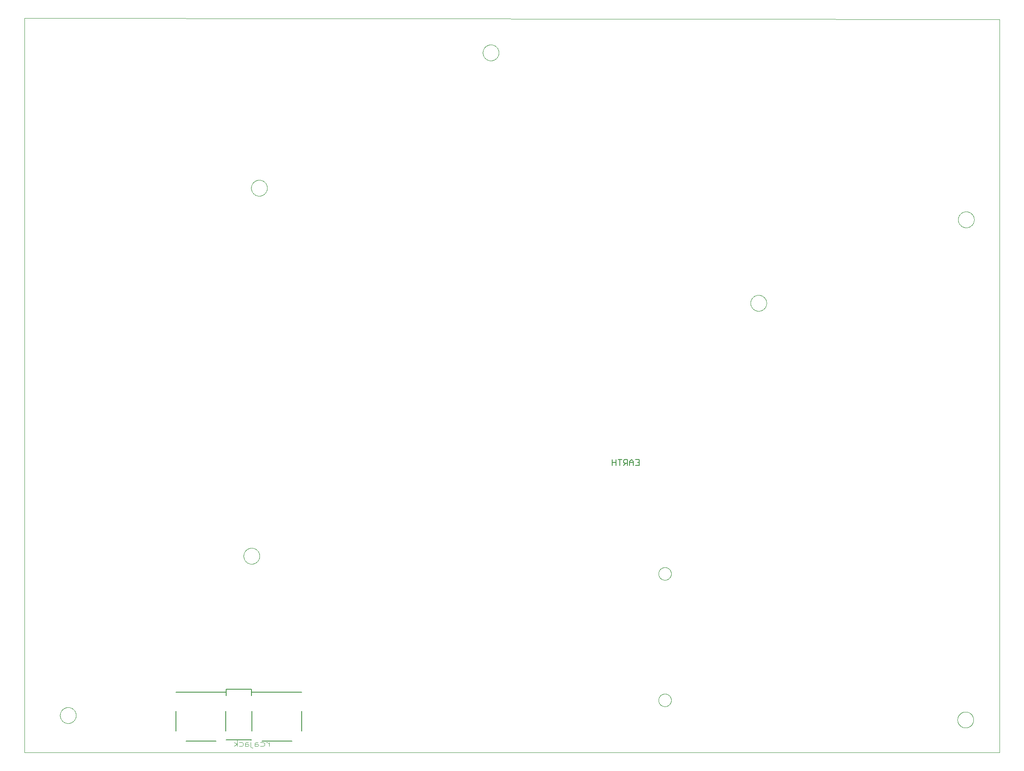
<source format=gbo>
G75*
%MOIN*%
%OFA0B0*%
%FSLAX25Y25*%
%IPPOS*%
%LPD*%
%AMOC8*
5,1,8,0,0,1.08239X$1,22.5*
%
%ADD10C,0.00000*%
%ADD11C,0.00800*%
%ADD12C,0.00500*%
%ADD13C,0.00400*%
D10*
X0171672Y0029156D02*
X0171672Y0609857D01*
X0942093Y0608857D01*
X0942093Y0029156D01*
X0171672Y0029156D01*
X0199873Y0058656D02*
X0199875Y0058814D01*
X0199881Y0058972D01*
X0199891Y0059130D01*
X0199905Y0059288D01*
X0199923Y0059445D01*
X0199944Y0059602D01*
X0199970Y0059758D01*
X0200000Y0059914D01*
X0200033Y0060069D01*
X0200071Y0060222D01*
X0200112Y0060375D01*
X0200157Y0060527D01*
X0200206Y0060678D01*
X0200259Y0060827D01*
X0200315Y0060975D01*
X0200375Y0061121D01*
X0200439Y0061266D01*
X0200507Y0061409D01*
X0200578Y0061551D01*
X0200652Y0061691D01*
X0200730Y0061828D01*
X0200812Y0061964D01*
X0200896Y0062098D01*
X0200985Y0062229D01*
X0201076Y0062358D01*
X0201171Y0062485D01*
X0201268Y0062610D01*
X0201369Y0062732D01*
X0201473Y0062851D01*
X0201580Y0062968D01*
X0201690Y0063082D01*
X0201803Y0063193D01*
X0201918Y0063302D01*
X0202036Y0063407D01*
X0202157Y0063509D01*
X0202280Y0063609D01*
X0202406Y0063705D01*
X0202534Y0063798D01*
X0202664Y0063888D01*
X0202797Y0063974D01*
X0202932Y0064058D01*
X0203068Y0064137D01*
X0203207Y0064214D01*
X0203348Y0064286D01*
X0203490Y0064356D01*
X0203634Y0064421D01*
X0203780Y0064483D01*
X0203927Y0064541D01*
X0204076Y0064596D01*
X0204226Y0064647D01*
X0204377Y0064694D01*
X0204529Y0064737D01*
X0204682Y0064776D01*
X0204837Y0064812D01*
X0204992Y0064843D01*
X0205148Y0064871D01*
X0205304Y0064895D01*
X0205461Y0064915D01*
X0205619Y0064931D01*
X0205776Y0064943D01*
X0205935Y0064951D01*
X0206093Y0064955D01*
X0206251Y0064955D01*
X0206409Y0064951D01*
X0206568Y0064943D01*
X0206725Y0064931D01*
X0206883Y0064915D01*
X0207040Y0064895D01*
X0207196Y0064871D01*
X0207352Y0064843D01*
X0207507Y0064812D01*
X0207662Y0064776D01*
X0207815Y0064737D01*
X0207967Y0064694D01*
X0208118Y0064647D01*
X0208268Y0064596D01*
X0208417Y0064541D01*
X0208564Y0064483D01*
X0208710Y0064421D01*
X0208854Y0064356D01*
X0208996Y0064286D01*
X0209137Y0064214D01*
X0209276Y0064137D01*
X0209412Y0064058D01*
X0209547Y0063974D01*
X0209680Y0063888D01*
X0209810Y0063798D01*
X0209938Y0063705D01*
X0210064Y0063609D01*
X0210187Y0063509D01*
X0210308Y0063407D01*
X0210426Y0063302D01*
X0210541Y0063193D01*
X0210654Y0063082D01*
X0210764Y0062968D01*
X0210871Y0062851D01*
X0210975Y0062732D01*
X0211076Y0062610D01*
X0211173Y0062485D01*
X0211268Y0062358D01*
X0211359Y0062229D01*
X0211448Y0062098D01*
X0211532Y0061964D01*
X0211614Y0061828D01*
X0211692Y0061691D01*
X0211766Y0061551D01*
X0211837Y0061409D01*
X0211905Y0061266D01*
X0211969Y0061121D01*
X0212029Y0060975D01*
X0212085Y0060827D01*
X0212138Y0060678D01*
X0212187Y0060527D01*
X0212232Y0060375D01*
X0212273Y0060222D01*
X0212311Y0060069D01*
X0212344Y0059914D01*
X0212374Y0059758D01*
X0212400Y0059602D01*
X0212421Y0059445D01*
X0212439Y0059288D01*
X0212453Y0059130D01*
X0212463Y0058972D01*
X0212469Y0058814D01*
X0212471Y0058656D01*
X0212469Y0058498D01*
X0212463Y0058340D01*
X0212453Y0058182D01*
X0212439Y0058024D01*
X0212421Y0057867D01*
X0212400Y0057710D01*
X0212374Y0057554D01*
X0212344Y0057398D01*
X0212311Y0057243D01*
X0212273Y0057090D01*
X0212232Y0056937D01*
X0212187Y0056785D01*
X0212138Y0056634D01*
X0212085Y0056485D01*
X0212029Y0056337D01*
X0211969Y0056191D01*
X0211905Y0056046D01*
X0211837Y0055903D01*
X0211766Y0055761D01*
X0211692Y0055621D01*
X0211614Y0055484D01*
X0211532Y0055348D01*
X0211448Y0055214D01*
X0211359Y0055083D01*
X0211268Y0054954D01*
X0211173Y0054827D01*
X0211076Y0054702D01*
X0210975Y0054580D01*
X0210871Y0054461D01*
X0210764Y0054344D01*
X0210654Y0054230D01*
X0210541Y0054119D01*
X0210426Y0054010D01*
X0210308Y0053905D01*
X0210187Y0053803D01*
X0210064Y0053703D01*
X0209938Y0053607D01*
X0209810Y0053514D01*
X0209680Y0053424D01*
X0209547Y0053338D01*
X0209412Y0053254D01*
X0209276Y0053175D01*
X0209137Y0053098D01*
X0208996Y0053026D01*
X0208854Y0052956D01*
X0208710Y0052891D01*
X0208564Y0052829D01*
X0208417Y0052771D01*
X0208268Y0052716D01*
X0208118Y0052665D01*
X0207967Y0052618D01*
X0207815Y0052575D01*
X0207662Y0052536D01*
X0207507Y0052500D01*
X0207352Y0052469D01*
X0207196Y0052441D01*
X0207040Y0052417D01*
X0206883Y0052397D01*
X0206725Y0052381D01*
X0206568Y0052369D01*
X0206409Y0052361D01*
X0206251Y0052357D01*
X0206093Y0052357D01*
X0205935Y0052361D01*
X0205776Y0052369D01*
X0205619Y0052381D01*
X0205461Y0052397D01*
X0205304Y0052417D01*
X0205148Y0052441D01*
X0204992Y0052469D01*
X0204837Y0052500D01*
X0204682Y0052536D01*
X0204529Y0052575D01*
X0204377Y0052618D01*
X0204226Y0052665D01*
X0204076Y0052716D01*
X0203927Y0052771D01*
X0203780Y0052829D01*
X0203634Y0052891D01*
X0203490Y0052956D01*
X0203348Y0053026D01*
X0203207Y0053098D01*
X0203068Y0053175D01*
X0202932Y0053254D01*
X0202797Y0053338D01*
X0202664Y0053424D01*
X0202534Y0053514D01*
X0202406Y0053607D01*
X0202280Y0053703D01*
X0202157Y0053803D01*
X0202036Y0053905D01*
X0201918Y0054010D01*
X0201803Y0054119D01*
X0201690Y0054230D01*
X0201580Y0054344D01*
X0201473Y0054461D01*
X0201369Y0054580D01*
X0201268Y0054702D01*
X0201171Y0054827D01*
X0201076Y0054954D01*
X0200985Y0055083D01*
X0200896Y0055214D01*
X0200812Y0055348D01*
X0200730Y0055484D01*
X0200652Y0055621D01*
X0200578Y0055761D01*
X0200507Y0055903D01*
X0200439Y0056046D01*
X0200375Y0056191D01*
X0200315Y0056337D01*
X0200259Y0056485D01*
X0200206Y0056634D01*
X0200157Y0056785D01*
X0200112Y0056937D01*
X0200071Y0057090D01*
X0200033Y0057243D01*
X0200000Y0057398D01*
X0199970Y0057554D01*
X0199944Y0057710D01*
X0199923Y0057867D01*
X0199905Y0058024D01*
X0199891Y0058182D01*
X0199881Y0058340D01*
X0199875Y0058498D01*
X0199873Y0058656D01*
X0344873Y0184656D02*
X0344875Y0184814D01*
X0344881Y0184972D01*
X0344891Y0185130D01*
X0344905Y0185288D01*
X0344923Y0185445D01*
X0344944Y0185602D01*
X0344970Y0185758D01*
X0345000Y0185914D01*
X0345033Y0186069D01*
X0345071Y0186222D01*
X0345112Y0186375D01*
X0345157Y0186527D01*
X0345206Y0186678D01*
X0345259Y0186827D01*
X0345315Y0186975D01*
X0345375Y0187121D01*
X0345439Y0187266D01*
X0345507Y0187409D01*
X0345578Y0187551D01*
X0345652Y0187691D01*
X0345730Y0187828D01*
X0345812Y0187964D01*
X0345896Y0188098D01*
X0345985Y0188229D01*
X0346076Y0188358D01*
X0346171Y0188485D01*
X0346268Y0188610D01*
X0346369Y0188732D01*
X0346473Y0188851D01*
X0346580Y0188968D01*
X0346690Y0189082D01*
X0346803Y0189193D01*
X0346918Y0189302D01*
X0347036Y0189407D01*
X0347157Y0189509D01*
X0347280Y0189609D01*
X0347406Y0189705D01*
X0347534Y0189798D01*
X0347664Y0189888D01*
X0347797Y0189974D01*
X0347932Y0190058D01*
X0348068Y0190137D01*
X0348207Y0190214D01*
X0348348Y0190286D01*
X0348490Y0190356D01*
X0348634Y0190421D01*
X0348780Y0190483D01*
X0348927Y0190541D01*
X0349076Y0190596D01*
X0349226Y0190647D01*
X0349377Y0190694D01*
X0349529Y0190737D01*
X0349682Y0190776D01*
X0349837Y0190812D01*
X0349992Y0190843D01*
X0350148Y0190871D01*
X0350304Y0190895D01*
X0350461Y0190915D01*
X0350619Y0190931D01*
X0350776Y0190943D01*
X0350935Y0190951D01*
X0351093Y0190955D01*
X0351251Y0190955D01*
X0351409Y0190951D01*
X0351568Y0190943D01*
X0351725Y0190931D01*
X0351883Y0190915D01*
X0352040Y0190895D01*
X0352196Y0190871D01*
X0352352Y0190843D01*
X0352507Y0190812D01*
X0352662Y0190776D01*
X0352815Y0190737D01*
X0352967Y0190694D01*
X0353118Y0190647D01*
X0353268Y0190596D01*
X0353417Y0190541D01*
X0353564Y0190483D01*
X0353710Y0190421D01*
X0353854Y0190356D01*
X0353996Y0190286D01*
X0354137Y0190214D01*
X0354276Y0190137D01*
X0354412Y0190058D01*
X0354547Y0189974D01*
X0354680Y0189888D01*
X0354810Y0189798D01*
X0354938Y0189705D01*
X0355064Y0189609D01*
X0355187Y0189509D01*
X0355308Y0189407D01*
X0355426Y0189302D01*
X0355541Y0189193D01*
X0355654Y0189082D01*
X0355764Y0188968D01*
X0355871Y0188851D01*
X0355975Y0188732D01*
X0356076Y0188610D01*
X0356173Y0188485D01*
X0356268Y0188358D01*
X0356359Y0188229D01*
X0356448Y0188098D01*
X0356532Y0187964D01*
X0356614Y0187828D01*
X0356692Y0187691D01*
X0356766Y0187551D01*
X0356837Y0187409D01*
X0356905Y0187266D01*
X0356969Y0187121D01*
X0357029Y0186975D01*
X0357085Y0186827D01*
X0357138Y0186678D01*
X0357187Y0186527D01*
X0357232Y0186375D01*
X0357273Y0186222D01*
X0357311Y0186069D01*
X0357344Y0185914D01*
X0357374Y0185758D01*
X0357400Y0185602D01*
X0357421Y0185445D01*
X0357439Y0185288D01*
X0357453Y0185130D01*
X0357463Y0184972D01*
X0357469Y0184814D01*
X0357471Y0184656D01*
X0357469Y0184498D01*
X0357463Y0184340D01*
X0357453Y0184182D01*
X0357439Y0184024D01*
X0357421Y0183867D01*
X0357400Y0183710D01*
X0357374Y0183554D01*
X0357344Y0183398D01*
X0357311Y0183243D01*
X0357273Y0183090D01*
X0357232Y0182937D01*
X0357187Y0182785D01*
X0357138Y0182634D01*
X0357085Y0182485D01*
X0357029Y0182337D01*
X0356969Y0182191D01*
X0356905Y0182046D01*
X0356837Y0181903D01*
X0356766Y0181761D01*
X0356692Y0181621D01*
X0356614Y0181484D01*
X0356532Y0181348D01*
X0356448Y0181214D01*
X0356359Y0181083D01*
X0356268Y0180954D01*
X0356173Y0180827D01*
X0356076Y0180702D01*
X0355975Y0180580D01*
X0355871Y0180461D01*
X0355764Y0180344D01*
X0355654Y0180230D01*
X0355541Y0180119D01*
X0355426Y0180010D01*
X0355308Y0179905D01*
X0355187Y0179803D01*
X0355064Y0179703D01*
X0354938Y0179607D01*
X0354810Y0179514D01*
X0354680Y0179424D01*
X0354547Y0179338D01*
X0354412Y0179254D01*
X0354276Y0179175D01*
X0354137Y0179098D01*
X0353996Y0179026D01*
X0353854Y0178956D01*
X0353710Y0178891D01*
X0353564Y0178829D01*
X0353417Y0178771D01*
X0353268Y0178716D01*
X0353118Y0178665D01*
X0352967Y0178618D01*
X0352815Y0178575D01*
X0352662Y0178536D01*
X0352507Y0178500D01*
X0352352Y0178469D01*
X0352196Y0178441D01*
X0352040Y0178417D01*
X0351883Y0178397D01*
X0351725Y0178381D01*
X0351568Y0178369D01*
X0351409Y0178361D01*
X0351251Y0178357D01*
X0351093Y0178357D01*
X0350935Y0178361D01*
X0350776Y0178369D01*
X0350619Y0178381D01*
X0350461Y0178397D01*
X0350304Y0178417D01*
X0350148Y0178441D01*
X0349992Y0178469D01*
X0349837Y0178500D01*
X0349682Y0178536D01*
X0349529Y0178575D01*
X0349377Y0178618D01*
X0349226Y0178665D01*
X0349076Y0178716D01*
X0348927Y0178771D01*
X0348780Y0178829D01*
X0348634Y0178891D01*
X0348490Y0178956D01*
X0348348Y0179026D01*
X0348207Y0179098D01*
X0348068Y0179175D01*
X0347932Y0179254D01*
X0347797Y0179338D01*
X0347664Y0179424D01*
X0347534Y0179514D01*
X0347406Y0179607D01*
X0347280Y0179703D01*
X0347157Y0179803D01*
X0347036Y0179905D01*
X0346918Y0180010D01*
X0346803Y0180119D01*
X0346690Y0180230D01*
X0346580Y0180344D01*
X0346473Y0180461D01*
X0346369Y0180580D01*
X0346268Y0180702D01*
X0346171Y0180827D01*
X0346076Y0180954D01*
X0345985Y0181083D01*
X0345896Y0181214D01*
X0345812Y0181348D01*
X0345730Y0181484D01*
X0345652Y0181621D01*
X0345578Y0181761D01*
X0345507Y0181903D01*
X0345439Y0182046D01*
X0345375Y0182191D01*
X0345315Y0182337D01*
X0345259Y0182485D01*
X0345206Y0182634D01*
X0345157Y0182785D01*
X0345112Y0182937D01*
X0345071Y0183090D01*
X0345033Y0183243D01*
X0345000Y0183398D01*
X0344970Y0183554D01*
X0344944Y0183710D01*
X0344923Y0183867D01*
X0344905Y0184024D01*
X0344891Y0184182D01*
X0344881Y0184340D01*
X0344875Y0184498D01*
X0344873Y0184656D01*
X0672672Y0170656D02*
X0672674Y0170797D01*
X0672680Y0170938D01*
X0672690Y0171078D01*
X0672704Y0171218D01*
X0672722Y0171358D01*
X0672743Y0171497D01*
X0672769Y0171636D01*
X0672798Y0171774D01*
X0672832Y0171910D01*
X0672869Y0172046D01*
X0672910Y0172181D01*
X0672955Y0172315D01*
X0673004Y0172447D01*
X0673056Y0172578D01*
X0673112Y0172707D01*
X0673172Y0172834D01*
X0673235Y0172960D01*
X0673301Y0173084D01*
X0673372Y0173207D01*
X0673445Y0173327D01*
X0673522Y0173445D01*
X0673602Y0173561D01*
X0673686Y0173674D01*
X0673772Y0173785D01*
X0673862Y0173894D01*
X0673955Y0174000D01*
X0674050Y0174103D01*
X0674149Y0174204D01*
X0674250Y0174302D01*
X0674354Y0174397D01*
X0674461Y0174489D01*
X0674570Y0174578D01*
X0674682Y0174663D01*
X0674796Y0174746D01*
X0674912Y0174826D01*
X0675031Y0174902D01*
X0675152Y0174974D01*
X0675274Y0175044D01*
X0675399Y0175109D01*
X0675525Y0175172D01*
X0675653Y0175230D01*
X0675783Y0175285D01*
X0675914Y0175337D01*
X0676047Y0175384D01*
X0676181Y0175428D01*
X0676316Y0175469D01*
X0676452Y0175505D01*
X0676589Y0175537D01*
X0676727Y0175566D01*
X0676865Y0175591D01*
X0677005Y0175611D01*
X0677145Y0175628D01*
X0677285Y0175641D01*
X0677426Y0175650D01*
X0677566Y0175655D01*
X0677707Y0175656D01*
X0677848Y0175653D01*
X0677989Y0175646D01*
X0678129Y0175635D01*
X0678269Y0175620D01*
X0678409Y0175601D01*
X0678548Y0175579D01*
X0678686Y0175552D01*
X0678824Y0175522D01*
X0678960Y0175487D01*
X0679096Y0175449D01*
X0679230Y0175407D01*
X0679364Y0175361D01*
X0679496Y0175312D01*
X0679626Y0175258D01*
X0679755Y0175201D01*
X0679882Y0175141D01*
X0680008Y0175077D01*
X0680131Y0175009D01*
X0680253Y0174938D01*
X0680373Y0174864D01*
X0680490Y0174786D01*
X0680605Y0174705D01*
X0680718Y0174621D01*
X0680829Y0174534D01*
X0680937Y0174443D01*
X0681042Y0174350D01*
X0681145Y0174253D01*
X0681245Y0174154D01*
X0681342Y0174052D01*
X0681436Y0173947D01*
X0681527Y0173840D01*
X0681615Y0173730D01*
X0681700Y0173618D01*
X0681782Y0173503D01*
X0681861Y0173386D01*
X0681936Y0173267D01*
X0682008Y0173146D01*
X0682076Y0173023D01*
X0682141Y0172898D01*
X0682203Y0172771D01*
X0682260Y0172642D01*
X0682315Y0172512D01*
X0682365Y0172381D01*
X0682412Y0172248D01*
X0682455Y0172114D01*
X0682494Y0171978D01*
X0682529Y0171842D01*
X0682561Y0171705D01*
X0682588Y0171567D01*
X0682612Y0171428D01*
X0682632Y0171288D01*
X0682648Y0171148D01*
X0682660Y0171008D01*
X0682668Y0170867D01*
X0682672Y0170726D01*
X0682672Y0170586D01*
X0682668Y0170445D01*
X0682660Y0170304D01*
X0682648Y0170164D01*
X0682632Y0170024D01*
X0682612Y0169884D01*
X0682588Y0169745D01*
X0682561Y0169607D01*
X0682529Y0169470D01*
X0682494Y0169334D01*
X0682455Y0169198D01*
X0682412Y0169064D01*
X0682365Y0168931D01*
X0682315Y0168800D01*
X0682260Y0168670D01*
X0682203Y0168541D01*
X0682141Y0168414D01*
X0682076Y0168289D01*
X0682008Y0168166D01*
X0681936Y0168045D01*
X0681861Y0167926D01*
X0681782Y0167809D01*
X0681700Y0167694D01*
X0681615Y0167582D01*
X0681527Y0167472D01*
X0681436Y0167365D01*
X0681342Y0167260D01*
X0681245Y0167158D01*
X0681145Y0167059D01*
X0681042Y0166962D01*
X0680937Y0166869D01*
X0680829Y0166778D01*
X0680718Y0166691D01*
X0680605Y0166607D01*
X0680490Y0166526D01*
X0680373Y0166448D01*
X0680253Y0166374D01*
X0680131Y0166303D01*
X0680008Y0166235D01*
X0679882Y0166171D01*
X0679755Y0166111D01*
X0679626Y0166054D01*
X0679496Y0166000D01*
X0679364Y0165951D01*
X0679230Y0165905D01*
X0679096Y0165863D01*
X0678960Y0165825D01*
X0678824Y0165790D01*
X0678686Y0165760D01*
X0678548Y0165733D01*
X0678409Y0165711D01*
X0678269Y0165692D01*
X0678129Y0165677D01*
X0677989Y0165666D01*
X0677848Y0165659D01*
X0677707Y0165656D01*
X0677566Y0165657D01*
X0677426Y0165662D01*
X0677285Y0165671D01*
X0677145Y0165684D01*
X0677005Y0165701D01*
X0676865Y0165721D01*
X0676727Y0165746D01*
X0676589Y0165775D01*
X0676452Y0165807D01*
X0676316Y0165843D01*
X0676181Y0165884D01*
X0676047Y0165928D01*
X0675914Y0165975D01*
X0675783Y0166027D01*
X0675653Y0166082D01*
X0675525Y0166140D01*
X0675399Y0166203D01*
X0675274Y0166268D01*
X0675152Y0166338D01*
X0675031Y0166410D01*
X0674912Y0166486D01*
X0674796Y0166566D01*
X0674682Y0166649D01*
X0674570Y0166734D01*
X0674461Y0166823D01*
X0674354Y0166915D01*
X0674250Y0167010D01*
X0674149Y0167108D01*
X0674050Y0167209D01*
X0673955Y0167312D01*
X0673862Y0167418D01*
X0673772Y0167527D01*
X0673686Y0167638D01*
X0673602Y0167751D01*
X0673522Y0167867D01*
X0673445Y0167985D01*
X0673372Y0168105D01*
X0673301Y0168228D01*
X0673235Y0168352D01*
X0673172Y0168478D01*
X0673112Y0168605D01*
X0673056Y0168734D01*
X0673004Y0168865D01*
X0672955Y0168997D01*
X0672910Y0169131D01*
X0672869Y0169266D01*
X0672832Y0169402D01*
X0672798Y0169538D01*
X0672769Y0169676D01*
X0672743Y0169815D01*
X0672722Y0169954D01*
X0672704Y0170094D01*
X0672690Y0170234D01*
X0672680Y0170374D01*
X0672674Y0170515D01*
X0672672Y0170656D01*
X0672672Y0070656D02*
X0672674Y0070797D01*
X0672680Y0070938D01*
X0672690Y0071078D01*
X0672704Y0071218D01*
X0672722Y0071358D01*
X0672743Y0071497D01*
X0672769Y0071636D01*
X0672798Y0071774D01*
X0672832Y0071910D01*
X0672869Y0072046D01*
X0672910Y0072181D01*
X0672955Y0072315D01*
X0673004Y0072447D01*
X0673056Y0072578D01*
X0673112Y0072707D01*
X0673172Y0072834D01*
X0673235Y0072960D01*
X0673301Y0073084D01*
X0673372Y0073207D01*
X0673445Y0073327D01*
X0673522Y0073445D01*
X0673602Y0073561D01*
X0673686Y0073674D01*
X0673772Y0073785D01*
X0673862Y0073894D01*
X0673955Y0074000D01*
X0674050Y0074103D01*
X0674149Y0074204D01*
X0674250Y0074302D01*
X0674354Y0074397D01*
X0674461Y0074489D01*
X0674570Y0074578D01*
X0674682Y0074663D01*
X0674796Y0074746D01*
X0674912Y0074826D01*
X0675031Y0074902D01*
X0675152Y0074974D01*
X0675274Y0075044D01*
X0675399Y0075109D01*
X0675525Y0075172D01*
X0675653Y0075230D01*
X0675783Y0075285D01*
X0675914Y0075337D01*
X0676047Y0075384D01*
X0676181Y0075428D01*
X0676316Y0075469D01*
X0676452Y0075505D01*
X0676589Y0075537D01*
X0676727Y0075566D01*
X0676865Y0075591D01*
X0677005Y0075611D01*
X0677145Y0075628D01*
X0677285Y0075641D01*
X0677426Y0075650D01*
X0677566Y0075655D01*
X0677707Y0075656D01*
X0677848Y0075653D01*
X0677989Y0075646D01*
X0678129Y0075635D01*
X0678269Y0075620D01*
X0678409Y0075601D01*
X0678548Y0075579D01*
X0678686Y0075552D01*
X0678824Y0075522D01*
X0678960Y0075487D01*
X0679096Y0075449D01*
X0679230Y0075407D01*
X0679364Y0075361D01*
X0679496Y0075312D01*
X0679626Y0075258D01*
X0679755Y0075201D01*
X0679882Y0075141D01*
X0680008Y0075077D01*
X0680131Y0075009D01*
X0680253Y0074938D01*
X0680373Y0074864D01*
X0680490Y0074786D01*
X0680605Y0074705D01*
X0680718Y0074621D01*
X0680829Y0074534D01*
X0680937Y0074443D01*
X0681042Y0074350D01*
X0681145Y0074253D01*
X0681245Y0074154D01*
X0681342Y0074052D01*
X0681436Y0073947D01*
X0681527Y0073840D01*
X0681615Y0073730D01*
X0681700Y0073618D01*
X0681782Y0073503D01*
X0681861Y0073386D01*
X0681936Y0073267D01*
X0682008Y0073146D01*
X0682076Y0073023D01*
X0682141Y0072898D01*
X0682203Y0072771D01*
X0682260Y0072642D01*
X0682315Y0072512D01*
X0682365Y0072381D01*
X0682412Y0072248D01*
X0682455Y0072114D01*
X0682494Y0071978D01*
X0682529Y0071842D01*
X0682561Y0071705D01*
X0682588Y0071567D01*
X0682612Y0071428D01*
X0682632Y0071288D01*
X0682648Y0071148D01*
X0682660Y0071008D01*
X0682668Y0070867D01*
X0682672Y0070726D01*
X0682672Y0070586D01*
X0682668Y0070445D01*
X0682660Y0070304D01*
X0682648Y0070164D01*
X0682632Y0070024D01*
X0682612Y0069884D01*
X0682588Y0069745D01*
X0682561Y0069607D01*
X0682529Y0069470D01*
X0682494Y0069334D01*
X0682455Y0069198D01*
X0682412Y0069064D01*
X0682365Y0068931D01*
X0682315Y0068800D01*
X0682260Y0068670D01*
X0682203Y0068541D01*
X0682141Y0068414D01*
X0682076Y0068289D01*
X0682008Y0068166D01*
X0681936Y0068045D01*
X0681861Y0067926D01*
X0681782Y0067809D01*
X0681700Y0067694D01*
X0681615Y0067582D01*
X0681527Y0067472D01*
X0681436Y0067365D01*
X0681342Y0067260D01*
X0681245Y0067158D01*
X0681145Y0067059D01*
X0681042Y0066962D01*
X0680937Y0066869D01*
X0680829Y0066778D01*
X0680718Y0066691D01*
X0680605Y0066607D01*
X0680490Y0066526D01*
X0680373Y0066448D01*
X0680253Y0066374D01*
X0680131Y0066303D01*
X0680008Y0066235D01*
X0679882Y0066171D01*
X0679755Y0066111D01*
X0679626Y0066054D01*
X0679496Y0066000D01*
X0679364Y0065951D01*
X0679230Y0065905D01*
X0679096Y0065863D01*
X0678960Y0065825D01*
X0678824Y0065790D01*
X0678686Y0065760D01*
X0678548Y0065733D01*
X0678409Y0065711D01*
X0678269Y0065692D01*
X0678129Y0065677D01*
X0677989Y0065666D01*
X0677848Y0065659D01*
X0677707Y0065656D01*
X0677566Y0065657D01*
X0677426Y0065662D01*
X0677285Y0065671D01*
X0677145Y0065684D01*
X0677005Y0065701D01*
X0676865Y0065721D01*
X0676727Y0065746D01*
X0676589Y0065775D01*
X0676452Y0065807D01*
X0676316Y0065843D01*
X0676181Y0065884D01*
X0676047Y0065928D01*
X0675914Y0065975D01*
X0675783Y0066027D01*
X0675653Y0066082D01*
X0675525Y0066140D01*
X0675399Y0066203D01*
X0675274Y0066268D01*
X0675152Y0066338D01*
X0675031Y0066410D01*
X0674912Y0066486D01*
X0674796Y0066566D01*
X0674682Y0066649D01*
X0674570Y0066734D01*
X0674461Y0066823D01*
X0674354Y0066915D01*
X0674250Y0067010D01*
X0674149Y0067108D01*
X0674050Y0067209D01*
X0673955Y0067312D01*
X0673862Y0067418D01*
X0673772Y0067527D01*
X0673686Y0067638D01*
X0673602Y0067751D01*
X0673522Y0067867D01*
X0673445Y0067985D01*
X0673372Y0068105D01*
X0673301Y0068228D01*
X0673235Y0068352D01*
X0673172Y0068478D01*
X0673112Y0068605D01*
X0673056Y0068734D01*
X0673004Y0068865D01*
X0672955Y0068997D01*
X0672910Y0069131D01*
X0672869Y0069266D01*
X0672832Y0069402D01*
X0672798Y0069538D01*
X0672769Y0069676D01*
X0672743Y0069815D01*
X0672722Y0069954D01*
X0672704Y0070094D01*
X0672690Y0070234D01*
X0672680Y0070374D01*
X0672674Y0070515D01*
X0672672Y0070656D01*
X0908873Y0055156D02*
X0908875Y0055314D01*
X0908881Y0055472D01*
X0908891Y0055630D01*
X0908905Y0055788D01*
X0908923Y0055945D01*
X0908944Y0056102D01*
X0908970Y0056258D01*
X0909000Y0056414D01*
X0909033Y0056569D01*
X0909071Y0056722D01*
X0909112Y0056875D01*
X0909157Y0057027D01*
X0909206Y0057178D01*
X0909259Y0057327D01*
X0909315Y0057475D01*
X0909375Y0057621D01*
X0909439Y0057766D01*
X0909507Y0057909D01*
X0909578Y0058051D01*
X0909652Y0058191D01*
X0909730Y0058328D01*
X0909812Y0058464D01*
X0909896Y0058598D01*
X0909985Y0058729D01*
X0910076Y0058858D01*
X0910171Y0058985D01*
X0910268Y0059110D01*
X0910369Y0059232D01*
X0910473Y0059351D01*
X0910580Y0059468D01*
X0910690Y0059582D01*
X0910803Y0059693D01*
X0910918Y0059802D01*
X0911036Y0059907D01*
X0911157Y0060009D01*
X0911280Y0060109D01*
X0911406Y0060205D01*
X0911534Y0060298D01*
X0911664Y0060388D01*
X0911797Y0060474D01*
X0911932Y0060558D01*
X0912068Y0060637D01*
X0912207Y0060714D01*
X0912348Y0060786D01*
X0912490Y0060856D01*
X0912634Y0060921D01*
X0912780Y0060983D01*
X0912927Y0061041D01*
X0913076Y0061096D01*
X0913226Y0061147D01*
X0913377Y0061194D01*
X0913529Y0061237D01*
X0913682Y0061276D01*
X0913837Y0061312D01*
X0913992Y0061343D01*
X0914148Y0061371D01*
X0914304Y0061395D01*
X0914461Y0061415D01*
X0914619Y0061431D01*
X0914776Y0061443D01*
X0914935Y0061451D01*
X0915093Y0061455D01*
X0915251Y0061455D01*
X0915409Y0061451D01*
X0915568Y0061443D01*
X0915725Y0061431D01*
X0915883Y0061415D01*
X0916040Y0061395D01*
X0916196Y0061371D01*
X0916352Y0061343D01*
X0916507Y0061312D01*
X0916662Y0061276D01*
X0916815Y0061237D01*
X0916967Y0061194D01*
X0917118Y0061147D01*
X0917268Y0061096D01*
X0917417Y0061041D01*
X0917564Y0060983D01*
X0917710Y0060921D01*
X0917854Y0060856D01*
X0917996Y0060786D01*
X0918137Y0060714D01*
X0918276Y0060637D01*
X0918412Y0060558D01*
X0918547Y0060474D01*
X0918680Y0060388D01*
X0918810Y0060298D01*
X0918938Y0060205D01*
X0919064Y0060109D01*
X0919187Y0060009D01*
X0919308Y0059907D01*
X0919426Y0059802D01*
X0919541Y0059693D01*
X0919654Y0059582D01*
X0919764Y0059468D01*
X0919871Y0059351D01*
X0919975Y0059232D01*
X0920076Y0059110D01*
X0920173Y0058985D01*
X0920268Y0058858D01*
X0920359Y0058729D01*
X0920448Y0058598D01*
X0920532Y0058464D01*
X0920614Y0058328D01*
X0920692Y0058191D01*
X0920766Y0058051D01*
X0920837Y0057909D01*
X0920905Y0057766D01*
X0920969Y0057621D01*
X0921029Y0057475D01*
X0921085Y0057327D01*
X0921138Y0057178D01*
X0921187Y0057027D01*
X0921232Y0056875D01*
X0921273Y0056722D01*
X0921311Y0056569D01*
X0921344Y0056414D01*
X0921374Y0056258D01*
X0921400Y0056102D01*
X0921421Y0055945D01*
X0921439Y0055788D01*
X0921453Y0055630D01*
X0921463Y0055472D01*
X0921469Y0055314D01*
X0921471Y0055156D01*
X0921469Y0054998D01*
X0921463Y0054840D01*
X0921453Y0054682D01*
X0921439Y0054524D01*
X0921421Y0054367D01*
X0921400Y0054210D01*
X0921374Y0054054D01*
X0921344Y0053898D01*
X0921311Y0053743D01*
X0921273Y0053590D01*
X0921232Y0053437D01*
X0921187Y0053285D01*
X0921138Y0053134D01*
X0921085Y0052985D01*
X0921029Y0052837D01*
X0920969Y0052691D01*
X0920905Y0052546D01*
X0920837Y0052403D01*
X0920766Y0052261D01*
X0920692Y0052121D01*
X0920614Y0051984D01*
X0920532Y0051848D01*
X0920448Y0051714D01*
X0920359Y0051583D01*
X0920268Y0051454D01*
X0920173Y0051327D01*
X0920076Y0051202D01*
X0919975Y0051080D01*
X0919871Y0050961D01*
X0919764Y0050844D01*
X0919654Y0050730D01*
X0919541Y0050619D01*
X0919426Y0050510D01*
X0919308Y0050405D01*
X0919187Y0050303D01*
X0919064Y0050203D01*
X0918938Y0050107D01*
X0918810Y0050014D01*
X0918680Y0049924D01*
X0918547Y0049838D01*
X0918412Y0049754D01*
X0918276Y0049675D01*
X0918137Y0049598D01*
X0917996Y0049526D01*
X0917854Y0049456D01*
X0917710Y0049391D01*
X0917564Y0049329D01*
X0917417Y0049271D01*
X0917268Y0049216D01*
X0917118Y0049165D01*
X0916967Y0049118D01*
X0916815Y0049075D01*
X0916662Y0049036D01*
X0916507Y0049000D01*
X0916352Y0048969D01*
X0916196Y0048941D01*
X0916040Y0048917D01*
X0915883Y0048897D01*
X0915725Y0048881D01*
X0915568Y0048869D01*
X0915409Y0048861D01*
X0915251Y0048857D01*
X0915093Y0048857D01*
X0914935Y0048861D01*
X0914776Y0048869D01*
X0914619Y0048881D01*
X0914461Y0048897D01*
X0914304Y0048917D01*
X0914148Y0048941D01*
X0913992Y0048969D01*
X0913837Y0049000D01*
X0913682Y0049036D01*
X0913529Y0049075D01*
X0913377Y0049118D01*
X0913226Y0049165D01*
X0913076Y0049216D01*
X0912927Y0049271D01*
X0912780Y0049329D01*
X0912634Y0049391D01*
X0912490Y0049456D01*
X0912348Y0049526D01*
X0912207Y0049598D01*
X0912068Y0049675D01*
X0911932Y0049754D01*
X0911797Y0049838D01*
X0911664Y0049924D01*
X0911534Y0050014D01*
X0911406Y0050107D01*
X0911280Y0050203D01*
X0911157Y0050303D01*
X0911036Y0050405D01*
X0910918Y0050510D01*
X0910803Y0050619D01*
X0910690Y0050730D01*
X0910580Y0050844D01*
X0910473Y0050961D01*
X0910369Y0051080D01*
X0910268Y0051202D01*
X0910171Y0051327D01*
X0910076Y0051454D01*
X0909985Y0051583D01*
X0909896Y0051714D01*
X0909812Y0051848D01*
X0909730Y0051984D01*
X0909652Y0052121D01*
X0909578Y0052261D01*
X0909507Y0052403D01*
X0909439Y0052546D01*
X0909375Y0052691D01*
X0909315Y0052837D01*
X0909259Y0052985D01*
X0909206Y0053134D01*
X0909157Y0053285D01*
X0909112Y0053437D01*
X0909071Y0053590D01*
X0909033Y0053743D01*
X0909000Y0053898D01*
X0908970Y0054054D01*
X0908944Y0054210D01*
X0908923Y0054367D01*
X0908905Y0054524D01*
X0908891Y0054682D01*
X0908881Y0054840D01*
X0908875Y0054998D01*
X0908873Y0055156D01*
X0745373Y0384656D02*
X0745375Y0384814D01*
X0745381Y0384972D01*
X0745391Y0385130D01*
X0745405Y0385288D01*
X0745423Y0385445D01*
X0745444Y0385602D01*
X0745470Y0385758D01*
X0745500Y0385914D01*
X0745533Y0386069D01*
X0745571Y0386222D01*
X0745612Y0386375D01*
X0745657Y0386527D01*
X0745706Y0386678D01*
X0745759Y0386827D01*
X0745815Y0386975D01*
X0745875Y0387121D01*
X0745939Y0387266D01*
X0746007Y0387409D01*
X0746078Y0387551D01*
X0746152Y0387691D01*
X0746230Y0387828D01*
X0746312Y0387964D01*
X0746396Y0388098D01*
X0746485Y0388229D01*
X0746576Y0388358D01*
X0746671Y0388485D01*
X0746768Y0388610D01*
X0746869Y0388732D01*
X0746973Y0388851D01*
X0747080Y0388968D01*
X0747190Y0389082D01*
X0747303Y0389193D01*
X0747418Y0389302D01*
X0747536Y0389407D01*
X0747657Y0389509D01*
X0747780Y0389609D01*
X0747906Y0389705D01*
X0748034Y0389798D01*
X0748164Y0389888D01*
X0748297Y0389974D01*
X0748432Y0390058D01*
X0748568Y0390137D01*
X0748707Y0390214D01*
X0748848Y0390286D01*
X0748990Y0390356D01*
X0749134Y0390421D01*
X0749280Y0390483D01*
X0749427Y0390541D01*
X0749576Y0390596D01*
X0749726Y0390647D01*
X0749877Y0390694D01*
X0750029Y0390737D01*
X0750182Y0390776D01*
X0750337Y0390812D01*
X0750492Y0390843D01*
X0750648Y0390871D01*
X0750804Y0390895D01*
X0750961Y0390915D01*
X0751119Y0390931D01*
X0751276Y0390943D01*
X0751435Y0390951D01*
X0751593Y0390955D01*
X0751751Y0390955D01*
X0751909Y0390951D01*
X0752068Y0390943D01*
X0752225Y0390931D01*
X0752383Y0390915D01*
X0752540Y0390895D01*
X0752696Y0390871D01*
X0752852Y0390843D01*
X0753007Y0390812D01*
X0753162Y0390776D01*
X0753315Y0390737D01*
X0753467Y0390694D01*
X0753618Y0390647D01*
X0753768Y0390596D01*
X0753917Y0390541D01*
X0754064Y0390483D01*
X0754210Y0390421D01*
X0754354Y0390356D01*
X0754496Y0390286D01*
X0754637Y0390214D01*
X0754776Y0390137D01*
X0754912Y0390058D01*
X0755047Y0389974D01*
X0755180Y0389888D01*
X0755310Y0389798D01*
X0755438Y0389705D01*
X0755564Y0389609D01*
X0755687Y0389509D01*
X0755808Y0389407D01*
X0755926Y0389302D01*
X0756041Y0389193D01*
X0756154Y0389082D01*
X0756264Y0388968D01*
X0756371Y0388851D01*
X0756475Y0388732D01*
X0756576Y0388610D01*
X0756673Y0388485D01*
X0756768Y0388358D01*
X0756859Y0388229D01*
X0756948Y0388098D01*
X0757032Y0387964D01*
X0757114Y0387828D01*
X0757192Y0387691D01*
X0757266Y0387551D01*
X0757337Y0387409D01*
X0757405Y0387266D01*
X0757469Y0387121D01*
X0757529Y0386975D01*
X0757585Y0386827D01*
X0757638Y0386678D01*
X0757687Y0386527D01*
X0757732Y0386375D01*
X0757773Y0386222D01*
X0757811Y0386069D01*
X0757844Y0385914D01*
X0757874Y0385758D01*
X0757900Y0385602D01*
X0757921Y0385445D01*
X0757939Y0385288D01*
X0757953Y0385130D01*
X0757963Y0384972D01*
X0757969Y0384814D01*
X0757971Y0384656D01*
X0757969Y0384498D01*
X0757963Y0384340D01*
X0757953Y0384182D01*
X0757939Y0384024D01*
X0757921Y0383867D01*
X0757900Y0383710D01*
X0757874Y0383554D01*
X0757844Y0383398D01*
X0757811Y0383243D01*
X0757773Y0383090D01*
X0757732Y0382937D01*
X0757687Y0382785D01*
X0757638Y0382634D01*
X0757585Y0382485D01*
X0757529Y0382337D01*
X0757469Y0382191D01*
X0757405Y0382046D01*
X0757337Y0381903D01*
X0757266Y0381761D01*
X0757192Y0381621D01*
X0757114Y0381484D01*
X0757032Y0381348D01*
X0756948Y0381214D01*
X0756859Y0381083D01*
X0756768Y0380954D01*
X0756673Y0380827D01*
X0756576Y0380702D01*
X0756475Y0380580D01*
X0756371Y0380461D01*
X0756264Y0380344D01*
X0756154Y0380230D01*
X0756041Y0380119D01*
X0755926Y0380010D01*
X0755808Y0379905D01*
X0755687Y0379803D01*
X0755564Y0379703D01*
X0755438Y0379607D01*
X0755310Y0379514D01*
X0755180Y0379424D01*
X0755047Y0379338D01*
X0754912Y0379254D01*
X0754776Y0379175D01*
X0754637Y0379098D01*
X0754496Y0379026D01*
X0754354Y0378956D01*
X0754210Y0378891D01*
X0754064Y0378829D01*
X0753917Y0378771D01*
X0753768Y0378716D01*
X0753618Y0378665D01*
X0753467Y0378618D01*
X0753315Y0378575D01*
X0753162Y0378536D01*
X0753007Y0378500D01*
X0752852Y0378469D01*
X0752696Y0378441D01*
X0752540Y0378417D01*
X0752383Y0378397D01*
X0752225Y0378381D01*
X0752068Y0378369D01*
X0751909Y0378361D01*
X0751751Y0378357D01*
X0751593Y0378357D01*
X0751435Y0378361D01*
X0751276Y0378369D01*
X0751119Y0378381D01*
X0750961Y0378397D01*
X0750804Y0378417D01*
X0750648Y0378441D01*
X0750492Y0378469D01*
X0750337Y0378500D01*
X0750182Y0378536D01*
X0750029Y0378575D01*
X0749877Y0378618D01*
X0749726Y0378665D01*
X0749576Y0378716D01*
X0749427Y0378771D01*
X0749280Y0378829D01*
X0749134Y0378891D01*
X0748990Y0378956D01*
X0748848Y0379026D01*
X0748707Y0379098D01*
X0748568Y0379175D01*
X0748432Y0379254D01*
X0748297Y0379338D01*
X0748164Y0379424D01*
X0748034Y0379514D01*
X0747906Y0379607D01*
X0747780Y0379703D01*
X0747657Y0379803D01*
X0747536Y0379905D01*
X0747418Y0380010D01*
X0747303Y0380119D01*
X0747190Y0380230D01*
X0747080Y0380344D01*
X0746973Y0380461D01*
X0746869Y0380580D01*
X0746768Y0380702D01*
X0746671Y0380827D01*
X0746576Y0380954D01*
X0746485Y0381083D01*
X0746396Y0381214D01*
X0746312Y0381348D01*
X0746230Y0381484D01*
X0746152Y0381621D01*
X0746078Y0381761D01*
X0746007Y0381903D01*
X0745939Y0382046D01*
X0745875Y0382191D01*
X0745815Y0382337D01*
X0745759Y0382485D01*
X0745706Y0382634D01*
X0745657Y0382785D01*
X0745612Y0382937D01*
X0745571Y0383090D01*
X0745533Y0383243D01*
X0745500Y0383398D01*
X0745470Y0383554D01*
X0745444Y0383710D01*
X0745423Y0383867D01*
X0745405Y0384024D01*
X0745391Y0384182D01*
X0745381Y0384340D01*
X0745375Y0384498D01*
X0745373Y0384656D01*
X0909373Y0450656D02*
X0909375Y0450814D01*
X0909381Y0450972D01*
X0909391Y0451130D01*
X0909405Y0451288D01*
X0909423Y0451445D01*
X0909444Y0451602D01*
X0909470Y0451758D01*
X0909500Y0451914D01*
X0909533Y0452069D01*
X0909571Y0452222D01*
X0909612Y0452375D01*
X0909657Y0452527D01*
X0909706Y0452678D01*
X0909759Y0452827D01*
X0909815Y0452975D01*
X0909875Y0453121D01*
X0909939Y0453266D01*
X0910007Y0453409D01*
X0910078Y0453551D01*
X0910152Y0453691D01*
X0910230Y0453828D01*
X0910312Y0453964D01*
X0910396Y0454098D01*
X0910485Y0454229D01*
X0910576Y0454358D01*
X0910671Y0454485D01*
X0910768Y0454610D01*
X0910869Y0454732D01*
X0910973Y0454851D01*
X0911080Y0454968D01*
X0911190Y0455082D01*
X0911303Y0455193D01*
X0911418Y0455302D01*
X0911536Y0455407D01*
X0911657Y0455509D01*
X0911780Y0455609D01*
X0911906Y0455705D01*
X0912034Y0455798D01*
X0912164Y0455888D01*
X0912297Y0455974D01*
X0912432Y0456058D01*
X0912568Y0456137D01*
X0912707Y0456214D01*
X0912848Y0456286D01*
X0912990Y0456356D01*
X0913134Y0456421D01*
X0913280Y0456483D01*
X0913427Y0456541D01*
X0913576Y0456596D01*
X0913726Y0456647D01*
X0913877Y0456694D01*
X0914029Y0456737D01*
X0914182Y0456776D01*
X0914337Y0456812D01*
X0914492Y0456843D01*
X0914648Y0456871D01*
X0914804Y0456895D01*
X0914961Y0456915D01*
X0915119Y0456931D01*
X0915276Y0456943D01*
X0915435Y0456951D01*
X0915593Y0456955D01*
X0915751Y0456955D01*
X0915909Y0456951D01*
X0916068Y0456943D01*
X0916225Y0456931D01*
X0916383Y0456915D01*
X0916540Y0456895D01*
X0916696Y0456871D01*
X0916852Y0456843D01*
X0917007Y0456812D01*
X0917162Y0456776D01*
X0917315Y0456737D01*
X0917467Y0456694D01*
X0917618Y0456647D01*
X0917768Y0456596D01*
X0917917Y0456541D01*
X0918064Y0456483D01*
X0918210Y0456421D01*
X0918354Y0456356D01*
X0918496Y0456286D01*
X0918637Y0456214D01*
X0918776Y0456137D01*
X0918912Y0456058D01*
X0919047Y0455974D01*
X0919180Y0455888D01*
X0919310Y0455798D01*
X0919438Y0455705D01*
X0919564Y0455609D01*
X0919687Y0455509D01*
X0919808Y0455407D01*
X0919926Y0455302D01*
X0920041Y0455193D01*
X0920154Y0455082D01*
X0920264Y0454968D01*
X0920371Y0454851D01*
X0920475Y0454732D01*
X0920576Y0454610D01*
X0920673Y0454485D01*
X0920768Y0454358D01*
X0920859Y0454229D01*
X0920948Y0454098D01*
X0921032Y0453964D01*
X0921114Y0453828D01*
X0921192Y0453691D01*
X0921266Y0453551D01*
X0921337Y0453409D01*
X0921405Y0453266D01*
X0921469Y0453121D01*
X0921529Y0452975D01*
X0921585Y0452827D01*
X0921638Y0452678D01*
X0921687Y0452527D01*
X0921732Y0452375D01*
X0921773Y0452222D01*
X0921811Y0452069D01*
X0921844Y0451914D01*
X0921874Y0451758D01*
X0921900Y0451602D01*
X0921921Y0451445D01*
X0921939Y0451288D01*
X0921953Y0451130D01*
X0921963Y0450972D01*
X0921969Y0450814D01*
X0921971Y0450656D01*
X0921969Y0450498D01*
X0921963Y0450340D01*
X0921953Y0450182D01*
X0921939Y0450024D01*
X0921921Y0449867D01*
X0921900Y0449710D01*
X0921874Y0449554D01*
X0921844Y0449398D01*
X0921811Y0449243D01*
X0921773Y0449090D01*
X0921732Y0448937D01*
X0921687Y0448785D01*
X0921638Y0448634D01*
X0921585Y0448485D01*
X0921529Y0448337D01*
X0921469Y0448191D01*
X0921405Y0448046D01*
X0921337Y0447903D01*
X0921266Y0447761D01*
X0921192Y0447621D01*
X0921114Y0447484D01*
X0921032Y0447348D01*
X0920948Y0447214D01*
X0920859Y0447083D01*
X0920768Y0446954D01*
X0920673Y0446827D01*
X0920576Y0446702D01*
X0920475Y0446580D01*
X0920371Y0446461D01*
X0920264Y0446344D01*
X0920154Y0446230D01*
X0920041Y0446119D01*
X0919926Y0446010D01*
X0919808Y0445905D01*
X0919687Y0445803D01*
X0919564Y0445703D01*
X0919438Y0445607D01*
X0919310Y0445514D01*
X0919180Y0445424D01*
X0919047Y0445338D01*
X0918912Y0445254D01*
X0918776Y0445175D01*
X0918637Y0445098D01*
X0918496Y0445026D01*
X0918354Y0444956D01*
X0918210Y0444891D01*
X0918064Y0444829D01*
X0917917Y0444771D01*
X0917768Y0444716D01*
X0917618Y0444665D01*
X0917467Y0444618D01*
X0917315Y0444575D01*
X0917162Y0444536D01*
X0917007Y0444500D01*
X0916852Y0444469D01*
X0916696Y0444441D01*
X0916540Y0444417D01*
X0916383Y0444397D01*
X0916225Y0444381D01*
X0916068Y0444369D01*
X0915909Y0444361D01*
X0915751Y0444357D01*
X0915593Y0444357D01*
X0915435Y0444361D01*
X0915276Y0444369D01*
X0915119Y0444381D01*
X0914961Y0444397D01*
X0914804Y0444417D01*
X0914648Y0444441D01*
X0914492Y0444469D01*
X0914337Y0444500D01*
X0914182Y0444536D01*
X0914029Y0444575D01*
X0913877Y0444618D01*
X0913726Y0444665D01*
X0913576Y0444716D01*
X0913427Y0444771D01*
X0913280Y0444829D01*
X0913134Y0444891D01*
X0912990Y0444956D01*
X0912848Y0445026D01*
X0912707Y0445098D01*
X0912568Y0445175D01*
X0912432Y0445254D01*
X0912297Y0445338D01*
X0912164Y0445424D01*
X0912034Y0445514D01*
X0911906Y0445607D01*
X0911780Y0445703D01*
X0911657Y0445803D01*
X0911536Y0445905D01*
X0911418Y0446010D01*
X0911303Y0446119D01*
X0911190Y0446230D01*
X0911080Y0446344D01*
X0910973Y0446461D01*
X0910869Y0446580D01*
X0910768Y0446702D01*
X0910671Y0446827D01*
X0910576Y0446954D01*
X0910485Y0447083D01*
X0910396Y0447214D01*
X0910312Y0447348D01*
X0910230Y0447484D01*
X0910152Y0447621D01*
X0910078Y0447761D01*
X0910007Y0447903D01*
X0909939Y0448046D01*
X0909875Y0448191D01*
X0909815Y0448337D01*
X0909759Y0448485D01*
X0909706Y0448634D01*
X0909657Y0448785D01*
X0909612Y0448937D01*
X0909571Y0449090D01*
X0909533Y0449243D01*
X0909500Y0449398D01*
X0909470Y0449554D01*
X0909444Y0449710D01*
X0909423Y0449867D01*
X0909405Y0450024D01*
X0909391Y0450182D01*
X0909381Y0450340D01*
X0909375Y0450498D01*
X0909373Y0450656D01*
X0533873Y0582656D02*
X0533875Y0582814D01*
X0533881Y0582972D01*
X0533891Y0583130D01*
X0533905Y0583288D01*
X0533923Y0583445D01*
X0533944Y0583602D01*
X0533970Y0583758D01*
X0534000Y0583914D01*
X0534033Y0584069D01*
X0534071Y0584222D01*
X0534112Y0584375D01*
X0534157Y0584527D01*
X0534206Y0584678D01*
X0534259Y0584827D01*
X0534315Y0584975D01*
X0534375Y0585121D01*
X0534439Y0585266D01*
X0534507Y0585409D01*
X0534578Y0585551D01*
X0534652Y0585691D01*
X0534730Y0585828D01*
X0534812Y0585964D01*
X0534896Y0586098D01*
X0534985Y0586229D01*
X0535076Y0586358D01*
X0535171Y0586485D01*
X0535268Y0586610D01*
X0535369Y0586732D01*
X0535473Y0586851D01*
X0535580Y0586968D01*
X0535690Y0587082D01*
X0535803Y0587193D01*
X0535918Y0587302D01*
X0536036Y0587407D01*
X0536157Y0587509D01*
X0536280Y0587609D01*
X0536406Y0587705D01*
X0536534Y0587798D01*
X0536664Y0587888D01*
X0536797Y0587974D01*
X0536932Y0588058D01*
X0537068Y0588137D01*
X0537207Y0588214D01*
X0537348Y0588286D01*
X0537490Y0588356D01*
X0537634Y0588421D01*
X0537780Y0588483D01*
X0537927Y0588541D01*
X0538076Y0588596D01*
X0538226Y0588647D01*
X0538377Y0588694D01*
X0538529Y0588737D01*
X0538682Y0588776D01*
X0538837Y0588812D01*
X0538992Y0588843D01*
X0539148Y0588871D01*
X0539304Y0588895D01*
X0539461Y0588915D01*
X0539619Y0588931D01*
X0539776Y0588943D01*
X0539935Y0588951D01*
X0540093Y0588955D01*
X0540251Y0588955D01*
X0540409Y0588951D01*
X0540568Y0588943D01*
X0540725Y0588931D01*
X0540883Y0588915D01*
X0541040Y0588895D01*
X0541196Y0588871D01*
X0541352Y0588843D01*
X0541507Y0588812D01*
X0541662Y0588776D01*
X0541815Y0588737D01*
X0541967Y0588694D01*
X0542118Y0588647D01*
X0542268Y0588596D01*
X0542417Y0588541D01*
X0542564Y0588483D01*
X0542710Y0588421D01*
X0542854Y0588356D01*
X0542996Y0588286D01*
X0543137Y0588214D01*
X0543276Y0588137D01*
X0543412Y0588058D01*
X0543547Y0587974D01*
X0543680Y0587888D01*
X0543810Y0587798D01*
X0543938Y0587705D01*
X0544064Y0587609D01*
X0544187Y0587509D01*
X0544308Y0587407D01*
X0544426Y0587302D01*
X0544541Y0587193D01*
X0544654Y0587082D01*
X0544764Y0586968D01*
X0544871Y0586851D01*
X0544975Y0586732D01*
X0545076Y0586610D01*
X0545173Y0586485D01*
X0545268Y0586358D01*
X0545359Y0586229D01*
X0545448Y0586098D01*
X0545532Y0585964D01*
X0545614Y0585828D01*
X0545692Y0585691D01*
X0545766Y0585551D01*
X0545837Y0585409D01*
X0545905Y0585266D01*
X0545969Y0585121D01*
X0546029Y0584975D01*
X0546085Y0584827D01*
X0546138Y0584678D01*
X0546187Y0584527D01*
X0546232Y0584375D01*
X0546273Y0584222D01*
X0546311Y0584069D01*
X0546344Y0583914D01*
X0546374Y0583758D01*
X0546400Y0583602D01*
X0546421Y0583445D01*
X0546439Y0583288D01*
X0546453Y0583130D01*
X0546463Y0582972D01*
X0546469Y0582814D01*
X0546471Y0582656D01*
X0546469Y0582498D01*
X0546463Y0582340D01*
X0546453Y0582182D01*
X0546439Y0582024D01*
X0546421Y0581867D01*
X0546400Y0581710D01*
X0546374Y0581554D01*
X0546344Y0581398D01*
X0546311Y0581243D01*
X0546273Y0581090D01*
X0546232Y0580937D01*
X0546187Y0580785D01*
X0546138Y0580634D01*
X0546085Y0580485D01*
X0546029Y0580337D01*
X0545969Y0580191D01*
X0545905Y0580046D01*
X0545837Y0579903D01*
X0545766Y0579761D01*
X0545692Y0579621D01*
X0545614Y0579484D01*
X0545532Y0579348D01*
X0545448Y0579214D01*
X0545359Y0579083D01*
X0545268Y0578954D01*
X0545173Y0578827D01*
X0545076Y0578702D01*
X0544975Y0578580D01*
X0544871Y0578461D01*
X0544764Y0578344D01*
X0544654Y0578230D01*
X0544541Y0578119D01*
X0544426Y0578010D01*
X0544308Y0577905D01*
X0544187Y0577803D01*
X0544064Y0577703D01*
X0543938Y0577607D01*
X0543810Y0577514D01*
X0543680Y0577424D01*
X0543547Y0577338D01*
X0543412Y0577254D01*
X0543276Y0577175D01*
X0543137Y0577098D01*
X0542996Y0577026D01*
X0542854Y0576956D01*
X0542710Y0576891D01*
X0542564Y0576829D01*
X0542417Y0576771D01*
X0542268Y0576716D01*
X0542118Y0576665D01*
X0541967Y0576618D01*
X0541815Y0576575D01*
X0541662Y0576536D01*
X0541507Y0576500D01*
X0541352Y0576469D01*
X0541196Y0576441D01*
X0541040Y0576417D01*
X0540883Y0576397D01*
X0540725Y0576381D01*
X0540568Y0576369D01*
X0540409Y0576361D01*
X0540251Y0576357D01*
X0540093Y0576357D01*
X0539935Y0576361D01*
X0539776Y0576369D01*
X0539619Y0576381D01*
X0539461Y0576397D01*
X0539304Y0576417D01*
X0539148Y0576441D01*
X0538992Y0576469D01*
X0538837Y0576500D01*
X0538682Y0576536D01*
X0538529Y0576575D01*
X0538377Y0576618D01*
X0538226Y0576665D01*
X0538076Y0576716D01*
X0537927Y0576771D01*
X0537780Y0576829D01*
X0537634Y0576891D01*
X0537490Y0576956D01*
X0537348Y0577026D01*
X0537207Y0577098D01*
X0537068Y0577175D01*
X0536932Y0577254D01*
X0536797Y0577338D01*
X0536664Y0577424D01*
X0536534Y0577514D01*
X0536406Y0577607D01*
X0536280Y0577703D01*
X0536157Y0577803D01*
X0536036Y0577905D01*
X0535918Y0578010D01*
X0535803Y0578119D01*
X0535690Y0578230D01*
X0535580Y0578344D01*
X0535473Y0578461D01*
X0535369Y0578580D01*
X0535268Y0578702D01*
X0535171Y0578827D01*
X0535076Y0578954D01*
X0534985Y0579083D01*
X0534896Y0579214D01*
X0534812Y0579348D01*
X0534730Y0579484D01*
X0534652Y0579621D01*
X0534578Y0579761D01*
X0534507Y0579903D01*
X0534439Y0580046D01*
X0534375Y0580191D01*
X0534315Y0580337D01*
X0534259Y0580485D01*
X0534206Y0580634D01*
X0534157Y0580785D01*
X0534112Y0580937D01*
X0534071Y0581090D01*
X0534033Y0581243D01*
X0534000Y0581398D01*
X0533970Y0581554D01*
X0533944Y0581710D01*
X0533923Y0581867D01*
X0533905Y0582024D01*
X0533891Y0582182D01*
X0533881Y0582340D01*
X0533875Y0582498D01*
X0533873Y0582656D01*
X0350873Y0475656D02*
X0350875Y0475814D01*
X0350881Y0475972D01*
X0350891Y0476130D01*
X0350905Y0476288D01*
X0350923Y0476445D01*
X0350944Y0476602D01*
X0350970Y0476758D01*
X0351000Y0476914D01*
X0351033Y0477069D01*
X0351071Y0477222D01*
X0351112Y0477375D01*
X0351157Y0477527D01*
X0351206Y0477678D01*
X0351259Y0477827D01*
X0351315Y0477975D01*
X0351375Y0478121D01*
X0351439Y0478266D01*
X0351507Y0478409D01*
X0351578Y0478551D01*
X0351652Y0478691D01*
X0351730Y0478828D01*
X0351812Y0478964D01*
X0351896Y0479098D01*
X0351985Y0479229D01*
X0352076Y0479358D01*
X0352171Y0479485D01*
X0352268Y0479610D01*
X0352369Y0479732D01*
X0352473Y0479851D01*
X0352580Y0479968D01*
X0352690Y0480082D01*
X0352803Y0480193D01*
X0352918Y0480302D01*
X0353036Y0480407D01*
X0353157Y0480509D01*
X0353280Y0480609D01*
X0353406Y0480705D01*
X0353534Y0480798D01*
X0353664Y0480888D01*
X0353797Y0480974D01*
X0353932Y0481058D01*
X0354068Y0481137D01*
X0354207Y0481214D01*
X0354348Y0481286D01*
X0354490Y0481356D01*
X0354634Y0481421D01*
X0354780Y0481483D01*
X0354927Y0481541D01*
X0355076Y0481596D01*
X0355226Y0481647D01*
X0355377Y0481694D01*
X0355529Y0481737D01*
X0355682Y0481776D01*
X0355837Y0481812D01*
X0355992Y0481843D01*
X0356148Y0481871D01*
X0356304Y0481895D01*
X0356461Y0481915D01*
X0356619Y0481931D01*
X0356776Y0481943D01*
X0356935Y0481951D01*
X0357093Y0481955D01*
X0357251Y0481955D01*
X0357409Y0481951D01*
X0357568Y0481943D01*
X0357725Y0481931D01*
X0357883Y0481915D01*
X0358040Y0481895D01*
X0358196Y0481871D01*
X0358352Y0481843D01*
X0358507Y0481812D01*
X0358662Y0481776D01*
X0358815Y0481737D01*
X0358967Y0481694D01*
X0359118Y0481647D01*
X0359268Y0481596D01*
X0359417Y0481541D01*
X0359564Y0481483D01*
X0359710Y0481421D01*
X0359854Y0481356D01*
X0359996Y0481286D01*
X0360137Y0481214D01*
X0360276Y0481137D01*
X0360412Y0481058D01*
X0360547Y0480974D01*
X0360680Y0480888D01*
X0360810Y0480798D01*
X0360938Y0480705D01*
X0361064Y0480609D01*
X0361187Y0480509D01*
X0361308Y0480407D01*
X0361426Y0480302D01*
X0361541Y0480193D01*
X0361654Y0480082D01*
X0361764Y0479968D01*
X0361871Y0479851D01*
X0361975Y0479732D01*
X0362076Y0479610D01*
X0362173Y0479485D01*
X0362268Y0479358D01*
X0362359Y0479229D01*
X0362448Y0479098D01*
X0362532Y0478964D01*
X0362614Y0478828D01*
X0362692Y0478691D01*
X0362766Y0478551D01*
X0362837Y0478409D01*
X0362905Y0478266D01*
X0362969Y0478121D01*
X0363029Y0477975D01*
X0363085Y0477827D01*
X0363138Y0477678D01*
X0363187Y0477527D01*
X0363232Y0477375D01*
X0363273Y0477222D01*
X0363311Y0477069D01*
X0363344Y0476914D01*
X0363374Y0476758D01*
X0363400Y0476602D01*
X0363421Y0476445D01*
X0363439Y0476288D01*
X0363453Y0476130D01*
X0363463Y0475972D01*
X0363469Y0475814D01*
X0363471Y0475656D01*
X0363469Y0475498D01*
X0363463Y0475340D01*
X0363453Y0475182D01*
X0363439Y0475024D01*
X0363421Y0474867D01*
X0363400Y0474710D01*
X0363374Y0474554D01*
X0363344Y0474398D01*
X0363311Y0474243D01*
X0363273Y0474090D01*
X0363232Y0473937D01*
X0363187Y0473785D01*
X0363138Y0473634D01*
X0363085Y0473485D01*
X0363029Y0473337D01*
X0362969Y0473191D01*
X0362905Y0473046D01*
X0362837Y0472903D01*
X0362766Y0472761D01*
X0362692Y0472621D01*
X0362614Y0472484D01*
X0362532Y0472348D01*
X0362448Y0472214D01*
X0362359Y0472083D01*
X0362268Y0471954D01*
X0362173Y0471827D01*
X0362076Y0471702D01*
X0361975Y0471580D01*
X0361871Y0471461D01*
X0361764Y0471344D01*
X0361654Y0471230D01*
X0361541Y0471119D01*
X0361426Y0471010D01*
X0361308Y0470905D01*
X0361187Y0470803D01*
X0361064Y0470703D01*
X0360938Y0470607D01*
X0360810Y0470514D01*
X0360680Y0470424D01*
X0360547Y0470338D01*
X0360412Y0470254D01*
X0360276Y0470175D01*
X0360137Y0470098D01*
X0359996Y0470026D01*
X0359854Y0469956D01*
X0359710Y0469891D01*
X0359564Y0469829D01*
X0359417Y0469771D01*
X0359268Y0469716D01*
X0359118Y0469665D01*
X0358967Y0469618D01*
X0358815Y0469575D01*
X0358662Y0469536D01*
X0358507Y0469500D01*
X0358352Y0469469D01*
X0358196Y0469441D01*
X0358040Y0469417D01*
X0357883Y0469397D01*
X0357725Y0469381D01*
X0357568Y0469369D01*
X0357409Y0469361D01*
X0357251Y0469357D01*
X0357093Y0469357D01*
X0356935Y0469361D01*
X0356776Y0469369D01*
X0356619Y0469381D01*
X0356461Y0469397D01*
X0356304Y0469417D01*
X0356148Y0469441D01*
X0355992Y0469469D01*
X0355837Y0469500D01*
X0355682Y0469536D01*
X0355529Y0469575D01*
X0355377Y0469618D01*
X0355226Y0469665D01*
X0355076Y0469716D01*
X0354927Y0469771D01*
X0354780Y0469829D01*
X0354634Y0469891D01*
X0354490Y0469956D01*
X0354348Y0470026D01*
X0354207Y0470098D01*
X0354068Y0470175D01*
X0353932Y0470254D01*
X0353797Y0470338D01*
X0353664Y0470424D01*
X0353534Y0470514D01*
X0353406Y0470607D01*
X0353280Y0470703D01*
X0353157Y0470803D01*
X0353036Y0470905D01*
X0352918Y0471010D01*
X0352803Y0471119D01*
X0352690Y0471230D01*
X0352580Y0471344D01*
X0352473Y0471461D01*
X0352369Y0471580D01*
X0352268Y0471702D01*
X0352171Y0471827D01*
X0352076Y0471954D01*
X0351985Y0472083D01*
X0351896Y0472214D01*
X0351812Y0472348D01*
X0351730Y0472484D01*
X0351652Y0472621D01*
X0351578Y0472761D01*
X0351507Y0472903D01*
X0351439Y0473046D01*
X0351375Y0473191D01*
X0351315Y0473337D01*
X0351259Y0473485D01*
X0351206Y0473634D01*
X0351157Y0473785D01*
X0351112Y0473937D01*
X0351071Y0474090D01*
X0351033Y0474243D01*
X0351000Y0474398D01*
X0350970Y0474554D01*
X0350944Y0474710D01*
X0350923Y0474867D01*
X0350905Y0475024D01*
X0350891Y0475182D01*
X0350881Y0475340D01*
X0350875Y0475498D01*
X0350873Y0475656D01*
D11*
X0351487Y0076991D02*
X0390857Y0076991D01*
X0390857Y0062030D02*
X0390857Y0046282D01*
X0382983Y0038408D02*
X0359361Y0038408D01*
X0351487Y0046282D02*
X0351487Y0062030D01*
X0330857Y0062030D02*
X0330857Y0046282D01*
X0322983Y0038408D02*
X0299361Y0038408D01*
X0291487Y0046282D02*
X0291487Y0062030D01*
X0291487Y0076991D02*
X0330857Y0076991D01*
D12*
X0331172Y0079156D02*
X0331172Y0074156D01*
X0331172Y0079156D02*
X0351172Y0079156D01*
X0351172Y0074156D01*
X0351172Y0039156D02*
X0331172Y0039156D01*
X0636003Y0256406D02*
X0636003Y0260910D01*
X0636003Y0258658D02*
X0639006Y0258658D01*
X0639006Y0256406D02*
X0639006Y0260910D01*
X0640607Y0260910D02*
X0643610Y0260910D01*
X0642109Y0260910D02*
X0642109Y0256406D01*
X0645211Y0256406D02*
X0646713Y0257907D01*
X0645962Y0257907D02*
X0648214Y0257907D01*
X0648214Y0256406D02*
X0648214Y0260910D01*
X0645962Y0260910D01*
X0645211Y0260159D01*
X0645211Y0258658D01*
X0645962Y0257907D01*
X0649815Y0258658D02*
X0652818Y0258658D01*
X0652818Y0259408D02*
X0651316Y0260910D01*
X0649815Y0259408D01*
X0649815Y0256406D01*
X0652818Y0256406D02*
X0652818Y0259408D01*
X0654419Y0260910D02*
X0657422Y0260910D01*
X0657422Y0256406D01*
X0654419Y0256406D01*
X0655920Y0258658D02*
X0657422Y0258658D01*
D13*
X0350551Y0039727D02*
X0350551Y0038960D01*
X0350551Y0037425D02*
X0350551Y0033589D01*
X0351318Y0032821D01*
X0352085Y0032821D01*
X0353620Y0034356D02*
X0355922Y0034356D01*
X0356689Y0035123D01*
X0355922Y0035891D01*
X0353620Y0035891D01*
X0353620Y0036658D02*
X0353620Y0034356D01*
X0353620Y0036658D02*
X0354387Y0037425D01*
X0355922Y0037425D01*
X0358224Y0037425D02*
X0360526Y0037425D01*
X0361293Y0036658D01*
X0361293Y0035123D01*
X0360526Y0034356D01*
X0358224Y0034356D01*
X0362828Y0037425D02*
X0363595Y0037425D01*
X0365130Y0035891D01*
X0365130Y0037425D02*
X0365130Y0034356D01*
X0349016Y0035123D02*
X0348249Y0035891D01*
X0345947Y0035891D01*
X0345947Y0036658D02*
X0345947Y0034356D01*
X0348249Y0034356D01*
X0349016Y0035123D01*
X0348249Y0037425D02*
X0346714Y0037425D01*
X0345947Y0036658D01*
X0344412Y0036658D02*
X0344412Y0035123D01*
X0343645Y0034356D01*
X0341343Y0034356D01*
X0339808Y0034356D02*
X0339808Y0038960D01*
X0341343Y0037425D02*
X0343645Y0037425D01*
X0344412Y0036658D01*
X0339808Y0035891D02*
X0337506Y0037425D01*
X0339808Y0035891D02*
X0337506Y0034356D01*
M02*

</source>
